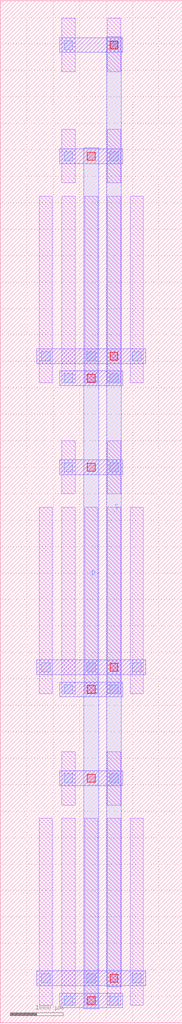
<source format=lef>
MACRO DCL_PMOS_S_8967331_X2_Y3
  UNITS 
    DATABASE MICRONS UNITS 1000;
  END UNITS 
  ORIGIN 0 0 ;
  FOREIGN DCL_PMOS_S_8967331_X2_Y3 0 0 ;
  SIZE 3440 BY 19320 ;
  PIN D
    DIRECTION INOUT ;
    USE SIGNAL ;
    PORT
      LAYER M3 ;
        RECT 1580 260 1860 16540 ;
    END
  END D
  PIN S
    DIRECTION INOUT ;
    USE SIGNAL ;
    PORT
      LAYER M3 ;
        RECT 2010 680 2290 18640 ;
    END
  END S
  OBS
    LAYER M1 ;
      RECT 1165 335 1415 3865 ;
    LAYER M1 ;
      RECT 1165 4115 1415 5125 ;
    LAYER M1 ;
      RECT 1165 6215 1415 9745 ;
    LAYER M1 ;
      RECT 1165 9995 1415 11005 ;
    LAYER M1 ;
      RECT 1165 12095 1415 15625 ;
    LAYER M1 ;
      RECT 1165 15875 1415 16885 ;
    LAYER M1 ;
      RECT 1165 17975 1415 18985 ;
    LAYER M1 ;
      RECT 735 335 985 3865 ;
    LAYER M1 ;
      RECT 735 6215 985 9745 ;
    LAYER M1 ;
      RECT 735 12095 985 15625 ;
    LAYER M1 ;
      RECT 1595 335 1845 3865 ;
    LAYER M1 ;
      RECT 1595 6215 1845 9745 ;
    LAYER M1 ;
      RECT 1595 12095 1845 15625 ;
    LAYER M1 ;
      RECT 2025 335 2275 3865 ;
    LAYER M1 ;
      RECT 2025 4115 2275 5125 ;
    LAYER M1 ;
      RECT 2025 6215 2275 9745 ;
    LAYER M1 ;
      RECT 2025 9995 2275 11005 ;
    LAYER M1 ;
      RECT 2025 12095 2275 15625 ;
    LAYER M1 ;
      RECT 2025 15875 2275 16885 ;
    LAYER M1 ;
      RECT 2025 17975 2275 18985 ;
    LAYER M1 ;
      RECT 2455 335 2705 3865 ;
    LAYER M1 ;
      RECT 2455 6215 2705 9745 ;
    LAYER M1 ;
      RECT 2455 12095 2705 15625 ;
    LAYER M2 ;
      RECT 1120 280 2320 560 ;
    LAYER M2 ;
      RECT 1120 4480 2320 4760 ;
    LAYER M2 ;
      RECT 690 700 2750 980 ;
    LAYER M2 ;
      RECT 1120 6160 2320 6440 ;
    LAYER M2 ;
      RECT 1120 10360 2320 10640 ;
    LAYER M2 ;
      RECT 690 6580 2750 6860 ;
    LAYER M2 ;
      RECT 1120 12040 2320 12320 ;
    LAYER M2 ;
      RECT 1120 16240 2320 16520 ;
    LAYER M2 ;
      RECT 1120 18340 2320 18620 ;
    LAYER M2 ;
      RECT 690 12460 2750 12740 ;
    LAYER V1 ;
      RECT 1205 335 1375 505 ;
    LAYER V1 ;
      RECT 1205 4535 1375 4705 ;
    LAYER V1 ;
      RECT 1205 6215 1375 6385 ;
    LAYER V1 ;
      RECT 1205 10415 1375 10585 ;
    LAYER V1 ;
      RECT 1205 12095 1375 12265 ;
    LAYER V1 ;
      RECT 1205 16295 1375 16465 ;
    LAYER V1 ;
      RECT 1205 18395 1375 18565 ;
    LAYER V1 ;
      RECT 2065 335 2235 505 ;
    LAYER V1 ;
      RECT 2065 4535 2235 4705 ;
    LAYER V1 ;
      RECT 2065 6215 2235 6385 ;
    LAYER V1 ;
      RECT 2065 10415 2235 10585 ;
    LAYER V1 ;
      RECT 2065 12095 2235 12265 ;
    LAYER V1 ;
      RECT 2065 16295 2235 16465 ;
    LAYER V1 ;
      RECT 2065 18395 2235 18565 ;
    LAYER V1 ;
      RECT 775 755 945 925 ;
    LAYER V1 ;
      RECT 775 6635 945 6805 ;
    LAYER V1 ;
      RECT 775 12515 945 12685 ;
    LAYER V1 ;
      RECT 1635 755 1805 925 ;
    LAYER V1 ;
      RECT 1635 6635 1805 6805 ;
    LAYER V1 ;
      RECT 1635 12515 1805 12685 ;
    LAYER V1 ;
      RECT 2495 755 2665 925 ;
    LAYER V1 ;
      RECT 2495 6635 2665 6805 ;
    LAYER V1 ;
      RECT 2495 12515 2665 12685 ;
    LAYER V2 ;
      RECT 1645 345 1795 495 ;
    LAYER V2 ;
      RECT 1645 4545 1795 4695 ;
    LAYER V2 ;
      RECT 1645 6225 1795 6375 ;
    LAYER V2 ;
      RECT 1645 10425 1795 10575 ;
    LAYER V2 ;
      RECT 1645 12105 1795 12255 ;
    LAYER V2 ;
      RECT 1645 16305 1795 16455 ;
    LAYER V2 ;
      RECT 2075 765 2225 915 ;
    LAYER V2 ;
      RECT 2075 6645 2225 6795 ;
    LAYER V2 ;
      RECT 2075 12525 2225 12675 ;
    LAYER V2 ;
      RECT 2075 18405 2225 18555 ;
  END
END DCL_PMOS_S_8967331_X2_Y3

</source>
